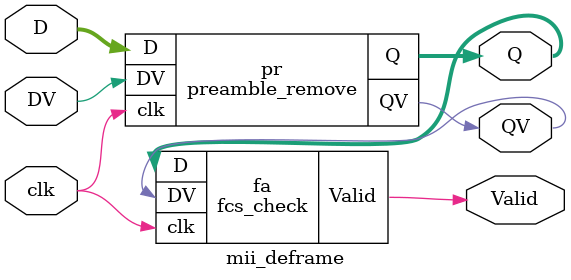
<source format=sv>

module fcs_append(
  input bit [3:0] D,
  input bit DV,
  output bit [3:0] Q,
  output bit QV,
  input bit clk);

   bit [3:0] fcs_nibble_count;

   bit [31:0] fcs = 32'hffffffff;

   always@(posedge clk)
     if (DV) begin
        Q <= D;
        QV <= 1;

        fcs_nibble_count <= 4'b1000;
        fcs <= (fcs >> 4)
          ^       (D[0] ^ fcs[0] ? 32'hedb88320 >> 3 : 0)
            ^     (D[1] ^ fcs[1] ? 32'hedb88320 >> 2 : 0)
              ^   (D[2] ^ fcs[2] ? 32'hedb88320 >> 1 : 0)
                ^ (D[3] ^ fcs[3] ? 32'hedb88320      : 0);
     end
     else begin
        Q <= fcs[3:0] ^ 4'hf;
        QV <= fcs_nibble_count[3];
        fcs <= 32'hf0000000 | (fcs >> 4);
        fcs_nibble_count <= fcs_nibble_count + fcs_nibble_count[3];
     end

endmodule


module preamble_prepend(
  input bit [3:0] D,
  input bit DV,
  output bit [3:0] Q,
  output bit QV,
  input bit clk);

   // Delay D by 16 clock cycles.
   bit [3:0] Delay[1:16];
   bit DDV[1:16];
   bit [3:0] DD;

   always@(posedge clk) begin
      // This assumes the packet is at least 64 bits long.  If it's not you lose.
      // Don't do short packets, they're meant to be at least 512 bits...
      QV <= 1;
      if (DDV[16])
        Q <= Delay[16];
      else if (DDV[15])
        Q <= 4'hd;
      else if (DV)
        Q <= 4'h5;
      else
        QV <= 0;

      Delay <= { D, Delay[1:15] };
      DDV <= { DV, DDV[1:15] };
   end;
endmodule

module preamble_remove(
  input bit [3:0] D,
  input bit DV,
  output bit [3:0] Q,
  output bit QV,
  input bit clk);

   bit in_frame;
   bit discard;

   always@(posedge clk)
   if (DV) begin
      if (!in_frame && D == 4'hd && !discard)
        in_frame <= 1;
      if (!in_frame && D != 4'h5 && D != 4'hd)
        discard <= 1;
      Q <= D;
      QV <= in_frame;
   end
   else begin
      in_frame <= 0;
      discard <= 0;
      QV <= 0;
   end
endmodule

// We don't actually remove the FCS, we just assert 'valid' after the
// frame if it's good.
module fcs_check(
  input bit[3:0] D,
  input bit DV,
  output bit Valid,
  input bit clk);

   bit [31:0] fcs;

   assign Valid = (prev_DV && !DV && fcs == 32'hdebb20e3);

   bit prev_DV;

   always@(posedge clk) begin
      fcs <= (fcs >> 4)
        ^       (D[0] ^ fcs[0] ? 32'hedb88320 >> 3 : 0)
          ^     (D[1] ^ fcs[1] ? 32'hedb88320 >> 2 : 0)
            ^   (D[2] ^ fcs[2] ? 32'hedb88320 >> 1 : 0)
              ^ (D[3] ^ fcs[3] ? 32'hedb88320      : 0);

      prev_DV <= DV;
      if (!DV)
        fcs <= 32'hffffffff;
   end

endmodule

module mii_frame(
  input  bit[3:0] D, input  bit DV,
  output bit[3:0] Q, output bit QV, input bit clk);

   bit[3:0] F;
   bit FV;

   fcs_append fa(D, DV, F, FV, clk);
   preamble_prepend pp(F, FV, Q, QV, clk);
endmodule


module mii_deframe(
  input  bit[3:0] D, input  bit DV,
  output bit[3:0] Q, output bit QV,
  output bit Valid, input bit clk);

   bit[3:0] F;
   bit FV;

   preamble_remove pr(D, DV, Q, QV, clk);
   fcs_check fa(Q, QV, Valid, clk);
endmodule

</source>
